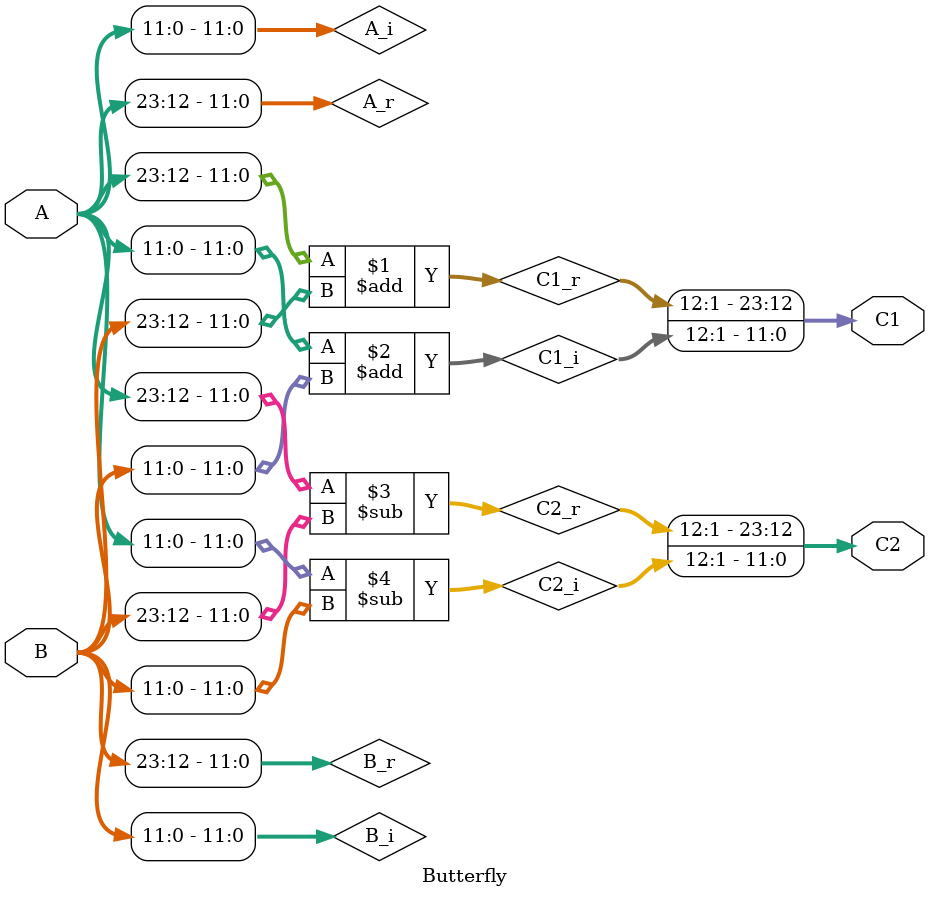
<source format=v>
module Butterfly(C1, C2, A, B);
    output signed[24-1:0] C1, C2; // C1 = A + B, C2 = A - B
    input signed[24-1:0] A, B; // A = A_r + j*A_i, B = B_r + j*B_i

    wire signed[12-1:0] A_r, A_i, B_r, B_i;  // A, B 자체는 합쳐져 있어서 signed bit 없지만,
    wire signed[13-1:0] C1_r, C1_i, C2_r, C2_i; // real, imaginary는 signed bit으로 지정.

    assign A_r = A[24-1:12];  assign A_i = A[12-1:0];
    assign B_r = B[24-1:12];  assign B_i = B[12-1:0];
    assign C1_r = A_r + B_r;  assign C1_i = A_i + B_i;
    assign C2_r = A_r - B_r;  assign C2_i = A_i - B_i;

    assign C1 = {C1_r[13-1:1], C1_i[13-1:1]}; assign C2 = {C2_r[13-1:1], C2_i[13-1:1]};


endmodule
</source>
